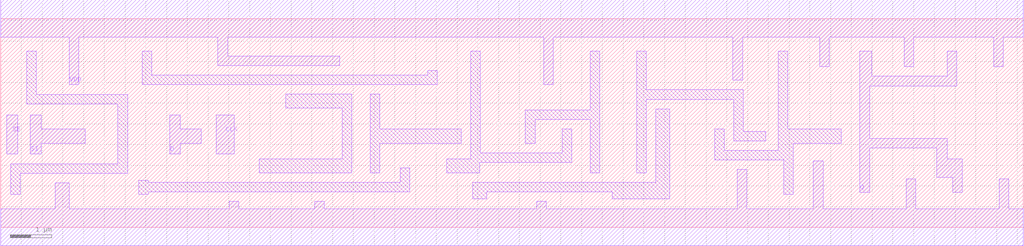
<source format=lef>
# Copyright 2022 GlobalFoundries PDK Authors
#
# Licensed under the Apache License, Version 2.0 (the "License");
# you may not use this file except in compliance with the License.
# You may obtain a copy of the License at
#
#      http://www.apache.org/licenses/LICENSE-2.0
#
# Unless required by applicable law or agreed to in writing, software
# distributed under the License is distributed on an "AS IS" BASIS,
# WITHOUT WARRANTIES OR CONDITIONS OF ANY KIND, either express or implied.
# See the License for the specific language governing permissions and
# limitations under the License.

MACRO gf180mcu_fd_sc_mcu9t5v0__sdffq_4
  CLASS core ;
  FOREIGN gf180mcu_fd_sc_mcu9t5v0__sdffq_4 0.0 0.0 ;
  ORIGIN 0 0 ;
  SYMMETRY X Y ;
  SITE GF018hv5v_green_sc9 ;
  SIZE 24.64 BY 5.04 ;
  PIN D
    DIRECTION INPUT ;
    ANTENNAGATEAREA 0.848 ;
    PORT
      LAYER METAL1 ;
        POLYGON 4.07 1.77 4.33 1.77 4.33 2.03 4.835 2.03 4.835 2.37 4.33 2.37 4.33 2.71 4.07 2.71  ;
    END
  END D
  PIN SE
    DIRECTION INPUT ;
    ANTENNAGATEAREA 1.696 ;
    PORT
      LAYER METAL1 ;
        POLYGON 0.15 1.77 0.415 1.77 0.415 2.71 0.15 2.71  ;
    END
  END SE
  PIN SI
    DIRECTION INPUT ;
    ANTENNAGATEAREA 0.848 ;
    PORT
      LAYER METAL1 ;
        POLYGON 0.71 1.77 0.97 1.77 0.97 2.03 2.035 2.03 2.035 2.37 0.97 2.37 0.97 2.71 0.71 2.71  ;
    END
  END SI
  PIN CLK
    DIRECTION INPUT ;
    USE clock ;
    ANTENNAGATEAREA 1.164 ;
    PORT
      LAYER METAL1 ;
        POLYGON 5.19 1.77 5.625 1.77 5.625 2.71 5.19 2.71  ;
    END
  END CLK
  PIN Q
    DIRECTION OUTPUT ;
    ANTENNADIFFAREA 3.46815 ;
    PORT
      LAYER METAL1 ;
        POLYGON 20.705 0.845 20.935 0.845 20.935 1.92 22.55 1.92 22.55 1.21 22.945 1.21 22.945 0.845 23.175 0.845 23.175 1.655 22.81 1.655 22.81 2.15 20.935 2.15 20.935 3.415 23.035 3.415 23.035 4.25 22.805 4.25 22.805 3.645 20.985 3.645 20.985 4.25 20.705 4.25  ;
    END
  END Q
  PIN VDD
    DIRECTION INOUT ;
    USE power ;
    SHAPE ABUTMENT ;
    PORT
      LAYER METAL1 ;
        POLYGON 5.465 4.59 10.52 4.59 11.095 4.59 13.085 4.59 13.085 3.44 13.315 3.44 13.315 4.59 14.435 4.59 17.645 4.59 17.645 3.55 17.875 3.55 17.875 4.59 18.44 4.59 19.735 4.59 19.735 3.875 19.965 3.875 19.965 4.59 20.255 4.59 21.775 4.59 21.775 3.875 22.005 3.875 22.005 4.59 23.93 4.59 23.93 3.875 24.16 3.875 24.16 4.59 24.64 4.59 24.64 5.49 20.255 5.49 18.44 5.49 14.435 5.49 11.095 5.49 10.52 5.49 3.055 5.49 0 5.49 0 4.59 1.645 4.59 1.645 3.44 1.875 3.44 1.875 4.59 3.055 4.59 5.235 4.59 5.235 3.905 8.17 3.905 8.17 4.135 5.465 4.135  ;
    END
  END VDD
  PIN VSS
    DIRECTION INOUT ;
    USE ground ;
    SHAPE ABUTMENT ;
    PORT
      LAYER METAL1 ;
        POLYGON 0 -0.45 24.64 -0.45 24.64 0.45 24.295 0.45 24.295 1.165 24.065 1.165 24.065 0.45 22.055 0.45 22.055 1.165 21.825 1.165 21.825 0.45 19.815 0.45 19.815 1.6 19.585 1.6 19.585 0.45 17.975 0.45 17.975 1.395 17.745 1.395 17.745 0.45 13.15 0.45 13.15 0.625 12.92 0.625 12.92 0.45 7.795 0.45 7.795 0.625 7.565 0.625 7.565 0.45 5.735 0.45 5.735 0.625 5.505 0.625 5.505 0.45 1.65 0.45 1.65 1.075 1.31 1.075 1.31 0.45 0 0.45  ;
    END
  END VSS
  OBS
      LAYER METAL1 ;
        POLYGON 0.625 2.98 2.825 2.98 2.825 1.535 0.245 1.535 0.245 0.79 0.475 0.79 0.475 1.305 3.055 1.305 3.055 3.21 0.855 3.21 0.855 4.25 0.625 4.25  ;
        POLYGON 6.865 2.875 8.225 2.875 8.225 1.655 6.225 1.655 6.225 1.315 8.455 1.315 8.455 3.215 6.865 3.215  ;
        POLYGON 3.325 0.79 3.555 0.79 3.555 0.855 9.855 0.855 9.855 1.435 9.625 1.435 9.625 1.085 3.555 1.085 3.555 1.13 3.325 1.13  ;
        POLYGON 3.405 3.44 3.635 3.44 3.635 3.445 10.52 3.445 10.52 3.785 10.29 3.785 10.29 3.675 3.635 3.675 3.635 4.25 3.405 4.25  ;
        POLYGON 8.905 1.315 9.135 1.315 9.135 2.03 11.095 2.03 11.095 2.37 9.135 2.37 9.135 3.215 8.905 3.215  ;
        POLYGON 10.745 1.315 11.54 1.315 11.54 1.57 13.755 1.57 13.755 2.37 13.525 2.37 13.525 1.8 11.555 1.8 11.555 4.25 11.325 4.25 11.325 1.655 10.745 1.655  ;
        POLYGON 12.645 2.03 12.875 2.03 12.875 2.6 14.205 2.6 14.205 1.315 14.435 1.315 14.435 4.25 14.205 4.25 14.205 2.83 12.645 2.83  ;
        POLYGON 11.37 0.69 11.71 0.69 11.71 0.855 14.73 0.855 14.73 0.69 16.125 0.69 16.125 2.86 15.785 2.86 15.785 1.085 11.37 1.085  ;
        POLYGON 15.325 1.315 15.555 1.315 15.555 3.09 17.665 3.09 17.665 2.085 18.44 2.085 18.44 2.315 17.895 2.315 17.895 3.32 15.555 3.32 15.555 4.25 15.325 4.25  ;
        POLYGON 17.205 1.625 18.865 1.625 18.865 0.79 19.095 0.79 19.095 2.03 20.255 2.03 20.255 2.37 18.965 2.37 18.965 4.25 18.735 4.25 18.735 1.855 17.435 1.855 17.435 2.37 17.205 2.37  ;
  END
END gf180mcu_fd_sc_mcu9t5v0__sdffq_4

</source>
